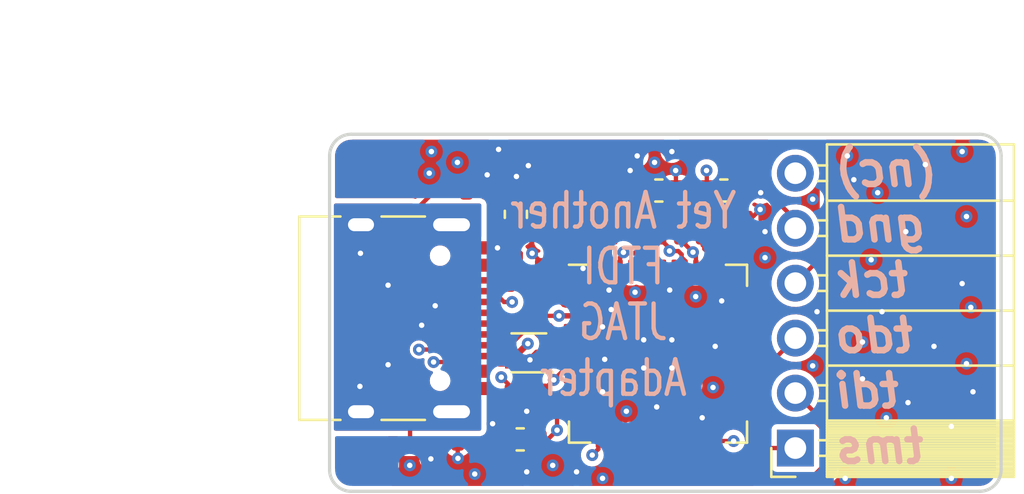
<source format=kicad_pcb>
(kicad_pcb (version 20201116) (generator pcbnew)
  (title_block (title "FT232H JTAG Programmer") (date "2020-12-26") (rev "v1.0") (company "GsD"))
  (layers (0 "F.Cu" signal) (1 "In1.Cu" signal) (2 "In2.Cu" signal) (31 "B.Cu" signal) (34 "B.Paste" user) (35 "F.Paste" user) (36 "B.SilkS" user "B.Silkscreen") (37 "F.SilkS" user "F.Silkscreen") (38 "B.Mask" user) (39 "F.Mask" user) (44 "Edge.Cuts" user))
  (net 0 "")
  (net 1 "Net-(C5-Pad1)")
  (net 2 "Net-(C7-Pad1)")
  (net 3 "+3V3")
  (net 4 "Net-(C8-Pad1)")
  (net 5 "Net-(C10-Pad1)")
  (net 6 "Net-(J1-Pad6)")
  (net 7 "no_connect_40")
  (net 8 "no_connect_39")
  (net 9 "no_connect_38")
  (net 10 "Net-(U1-Pad33)")
  (net 11 "Net-(U1-Pad32)")
  (net 12 "Net-(U1-Pad31)")
  (net 13 "Net-(U1-Pad30)")
  (net 14 "Net-(U1-Pad29)")
  (net 15 "Net-(U1-Pad28)")
  (net 16 "Net-(U1-Pad27)")
  (net 17 "Net-(U1-Pad26)")
  (net 18 "Net-(U1-Pad25)")
  (net 19 "Net-(U1-Pad21)")
  (net 20 "/JTAG_TCK")
  (net 21 "Net-(U1-Pad20)")
  (net 22 "Net-(U1-Pad19)")
  (net 23 "Net-(U1-Pad18)")
  (net 24 "Net-(U1-Pad17)")
  (net 25 "GND")
  (net 26 "+5V")
  (net 27 "/JTAG_TMS")
  (net 28 "Net-(C12-Pad1)")
  (net 29 "Net-(R8-Pad1)")
  (net 30 "Net-(C13-Pad1)")
  (net 31 "Net-(R9-Pad1)")
  (net 32 "/shield")
  (net 33 "/USB_DP")
  (net 34 "/USB_DM")
  (net 35 "/JTAG_TDO")
  (net 36 "/JTAG_TDI")
  (net 37 "Net-(J24-PadB8)")
  (net 38 "Net-(J24-PadA5)")
  (net 39 "Net-(J24-PadA8)")
  (net 40 "Net-(J24-PadB5)")
  (footprint "Capacitor_SMD:C_0402_1005Metric" (layer "F.Cu") (at 42.599999 50.95)
    (fp_text reference "C7" hide)
    (fp_text value "20pF" hide)
  )
  (footprint "Capacitor_SMD:C_0402_1005Metric" (layer "F.Cu") (at 44.225 53.815 90)
    (fp_text reference "C13" hide)
    (fp_text value "100n" hide)
  )
  (footprint "Capacitor_SMD:C_0603_1608Metric" (layer "F.Cu") (at 45.2 52.1 180)
    (fp_text reference "C3" hide)
    (fp_text value "4u7" hide)
  )
  (footprint "Resistor_SMD:R_0402_1005Metric" (layer "F.Cu") (at 49.225 53.815 90)
    (fp_text reference "R9" hide)
    (fp_text value "12k" hide)
  )
  (footprint "Capacitor_SMD:C_0402_1005Metric" (layer "F.Cu") (at 46.225 53.815 90)
    (fp_text reference "C4" hide)
    (fp_text value "100n" hide)
  )
  (footprint "Inductor_SMD:L_0402_1005Metric" (layer "F.Cu") (at 36.4 63.8)
    (fp_text reference "L1" hide)
    (fp_text value "600" hide)
  )
  (footprint "Inductor_SMD:L_0402_1005Metric" (layer "F.Cu") (at 39.8 56 -90)
    (fp_text reference "L2" hide)
    (fp_text value "600" hide)
  )
  (footprint "Resistor_SMD:R_0402_1005Metric" (layer "F.Cu") (at 38.25 56 90)
    (fp_text reference "R8" hide)
    (fp_text value "12k" hide)
  )
  (footprint "Connector_PinSocket_2.54mm:PinSocket_1x06_P2.54mm_Horizontal" (layer "F.Cu") (at 51.5 64 180)
    (fp_text reference "J1" hide)
    (fp_text value "Conn_01x06_Female" hide)
  )
  (footprint "Capacitor_SMD:C_0603_1608Metric" (layer "F.Cu") (at 48.2 52.1)
    (fp_text reference "C1" hide)
    (fp_text value "4u7" hide)
  )
  (footprint "Crystal:Crystal_SMD_3225-4Pin_3.2x2.5mm" (layer "F.Cu") (at 41.5 53.15 180)
    (fp_text reference "Y1" hide)
    (fp_text value "12MHz" hide)
  )
  (footprint "Package_TO_SOT_SMD:SOT-666" (layer "F.Cu") (at 39.2 59.6 180)
    (fp_text reference "U2" hide)
    (fp_text value "USBLC6-2P6" hide)
  )
  (footprint "Capacitor_SMD:C_0402_1005Metric" (layer "F.Cu") (at 40.400001 50.95 180)
    (fp_text reference "C8" hide)
    (fp_text value "20pF" hide)
  )
  (footprint "Resistor_SMD:R_0402_1005Metric" (layer "F.Cu") (at 38.4 61.8 90)
    (fp_text reference "R22" hide)
    (fp_text value "5.1k" hide)
  )
  (footprint "Connector_USB:USB_C_Receptacle_HRO_TYPE-C-31-M-12" (layer "F.Cu") (at 32.5 58 -90)
    (fp_text reference "J24" hide)
    (fp_text value "USB_C_Receptacle_USB2.0" hide)
  )
  (footprint "Capacitor_SMD:C_0402_1005Metric" (layer "F.Cu") (at 45.225 53.815 90)
    (fp_text reference "C2" hide)
    (fp_text value "100n" hide)
  )
  (footprint "Capacitor_SMD:C_0603_1608Metric" (layer "F.Cu") (at 38.6 53.2 90)
    (fp_text reference "C6" hide)
    (fp_text value "4u7" hide)
  )
  (footprint "Capacitor_SMD:C_0402_1005Metric" (layer "F.Cu") (at 39.8 61.8 -90)
    (fp_text reference "C12" hide)
    (fp_text value "100n" hide)
  )
  (footprint "gkl_logos:gsd_logo_small" (layer "F.Cu") (at 32.3 51.2)
    (fp_text reference "G***" hide)
    (fp_text value "LOGO" hide)
  )
  (footprint "Capacitor_SMD:C_0603_1608Metric" (layer "F.Cu") (at 38.8 63.6 180)
    (fp_text reference "C9" hide)
    (fp_text value "4u7" hide)
  )
  (footprint "Resistor_SMD:R_0402_1005Metric" (layer "F.Cu") (at 34.2 63.8 180)
    (fp_text reference "R1" hide)
    (fp_text value "1M" hide)
  )
  (footprint "Resistor_SMD:R_0402_1005Metric" (layer "F.Cu") (at 36.8 52.2 180)
    (fp_text reference "R21" hide)
    (fp_text value "5.1k" hide)
  )
  (footprint "Resistor_SMD:R_0402_1005Metric" (layer "F.Cu") (at 48.8 50.875 180)
    (fp_text reference "R20" hide)
    (fp_text value "12k" hide)
  )
  (footprint "Capacitor_SMD:C_0402_1005Metric" (layer "F.Cu") (at 48.225 53.815 90)
    (fp_text reference "C10" hide)
    (fp_text value "100n" hide)
  )
  (footprint "gkl_logos:oshw_small" (layer "F.Cu") (at 31.8 64.6)
    (fp_text reference "G***" hide)
    (fp_text value "LOGO" hide)
  )
  (footprint "Package_DFN_QFN:QFN-48-1EP_8x8mm_P0.5mm_EP6.2x6.2mm" (layer "F.Cu") (at 45.16 59.64)
    (fp_text reference "U1" hide)
    (fp_text value "FT232H" hide)
  )
  (footprint "Capacitor_SMD:C_0402_1005Metric" (layer "F.Cu") (at 47.225 53.815 90)
    (fp_text reference "C5" hide)
    (fp_text value "100n" hide)
  )
  (gr_line (start 30 65) (end 30 50.5) (layer "Edge.Cuts") (width 0.15))
  (gr_line (start 31 49.5) (end 60 49.5) (layer "Edge.Cuts") (width 0.15))
  (gr_arc (start 60 50.5) (end 61 50.5) (angle -90) (layer "Edge.Cuts") (width 0.15))
  (gr_arc (start 31 65) (end 30 65) (angle -90) (layer "Edge.Cuts") (width 0.15))
  (gr_arc (start 60 65) (end 60 66) (angle -90) (layer "Edge.Cuts") (width 0.15))
  (gr_line (start 60 66) (end 31 66) (layer "Edge.Cuts") (width 0.15))
  (gr_arc (start 31 50.5) (end 31 49.5) (angle -90) (layer "Edge.Cuts") (width 0.15))
  (gr_line (start 61 65) (end 61 50.5) (layer "Edge.Cuts") (width 0.15))
  (gr_text "tms" (at 57.7 63.92) (layer "B.SilkS") (effects (font (size 1.5 1.5) (thickness 0.3) italic) (justify left mirror)))
  (gr_text "tdo" (at 57.2 58.8) (layer "B.SilkS") (effects (font (size 1.5 1.5) (thickness 0.3) italic) (justify left mirror)))
  (gr_text "gnd" (at 57.7 53.68) (layer "B.SilkS") (effects (font (size 1.5 1.5) (thickness 0.3) italic) (justify left mirror)))
  (gr_text "(nc)" (at 58.271428 51.12) (layer "B.SilkS") (effects (font (size 1.5 1.5) (thickness 0.3) italic) (justify left mirror)))
  (gr_text "tck" (at 56.985714 56.24) (layer "B.SilkS") (effects (font (size 1.5 1.5) (thickness 0.3) italic) (justify left mirror)))
  (gr_text "Yet Another \nFTDI \nJTAG \nAdapter" (at 43.1 56.9) (layer "B.SilkS") (effects (font (size 1.6 1.2) (thickness 0.2)) (justify mirror)))
  (gr_text "tdi\n" (at 56.557142 61.36) (layer "B.SilkS") (effects (font (size 1.5 1.5) (thickness 0.3) italic) (justify left mirror)))
  (segment (start 47.41 54.91) (end 47.300001 54.800001) (width 0.2) (layer "F.Cu") (net 1))
  (segment (start 47.41 55.765) (end 47.41 55.135) (width 0.2) (layer "F.Cu") (net 1))
  (segment (start 47.300001 54.697999) (end 47.225 54.622998) (width 0.2) (layer "F.Cu") (net 1))
  (segment (start 47.41 55.135) (end 47.41 54.91) (width 0.2) (layer "F.Cu") (net 1))
  (segment (start 47.225 54.622998) (end 47.225 54.3) (width 0.2) (layer "F.Cu") (net 1))
  (segment (start 47.300001 54.800001) (end 47.300001 54.697999) (width 0.2) (layer "F.Cu") (net 1))
  (segment (start 41.5625 53.3375) (end 41.775 53.125) (width 0.2) (layer "F.Cu") (net 2))
  (segment (start 41.285 56.89) (end 40.95 56.555) (width 0.2) (layer "F.Cu") (net 2))
  (segment (start 41.775 53.125) (end 42.6 52.3) (width 0.2) (layer "F.Cu") (net 2))
  (segment (start 42.114999 51.814999) (end 42.6 52.3) (width 0.2) (layer "F.Cu") (net 2))
  (segment (start 40.95 55.375) (end 41.5625 54.7625) (width 0.2) (layer "F.Cu") (net 2))
  (segment (start 42.114999 50.95) (end 42.114999 51.814999) (width 0.2) (layer "F.Cu") (net 2))
  (segment (start 40.95 56.555) (end 40.95 55.375) (width 0.2) (layer "F.Cu") (net 2))
  (segment (start 41.5625 54.7625) (end 41.5625 53.3375) (width 0.2) (layer "F.Cu") (net 2))
  (segment (start 35.915 63.8) (end 35.915 64.465) (width 0.2) (layer "F.Cu") (net 3))
  (segment (start 46.91 55.085) (end 46.775 54.95) (width 0.2) (layer "F.Cu") (net 3))
  (segment (start 46.91 55.765) (end 46.91 55.085) (width 0.2) (layer "F.Cu") (net 3))
  (segment (start 46.225 54.4) (end 46.775 54.95) (width 0.2) (layer "F.Cu") (net 3))
  (segment (start 46.225 54.3) (end 46.225 54.4) (width 0.2) (layer "F.Cu") (net 3))
  (segment (start 39.8 55.45) (end 39.35 55) (width 0.2) (layer "F.Cu") (net 3))
  (segment (start 49.2 53.43) (end 49.42 53.43) (width 0.2) (layer "F.Cu") (net 3))
  (segment (start 39.8 55.515) (end 39.8 55.45) (width 0.2) (layer "F.Cu") (net 3))
  (segment (start 45.9875 51.1875) (end 45.975 51.175) (width 0.2) (layer "F.Cu") (net 3))
  (segment (start 49.42 53.43) (end 49.875 52.975) (width 0.2) (layer "F.Cu") (net 3))
  (segment (start 35.915 64.465) (end 35.925 64.475) (width 0.2) (layer "F.Cu") (net 3))
  (segment (start 45.9875 52.1) (end 45.9875 51.1875) (width 0.2) (layer "F.Cu") (net 3))
  (via (at 52.3 52.5) (size 0.55) (drill 0.25) (layers "F.Cu" "B.Cu") (net 3))
  (via (at 43.7 62.3) (size 0.55) (drill 0.25) (layers "F.Cu" "B.Cu") (net 3))
  (via (at 45.975 51.175) (size 0.55) (drill 0.25) (layers "F.Cu" "B.Cu") (net 3))
  (via (at 35.9 50.8) (size 0.55) (drill 0.25) (layers "F.Cu" "B.Cu") (net 3))
  (via (at 55 55.3) (size 0.55) (drill 0.25) (layers "F.Cu" "B.Cu") (net 3))
  (via (at 44.1 56.8) (size 0.55) (drill 0.25) (layers "F.Cu" "B.Cu") (net 3))
  (via (at 33.7 64.8) (size 0.55) (drill 0.25) (layers "F.Cu" "B.Cu") (net 3))
  (via (at 34.6 51.3) (size 0.55) (drill 0.25) (layers "F.Cu" "B.Cu") (net 3))
  (via (at 34.7 50.3) (size 0.55) (drill 0.25) (layers "F.Cu" "B.Cu") (net 3))
  (via (at 55.7 62.6) (size 0.55) (drill 0.25) (layers "F.Cu" "B.Cu") (net 3))
  (via (at 45 50.8) (size 0.55) (drill 0.25) (layers "F.Cu" "B.Cu") (net 3))
  (via (at 59.4 60.1) (size 0.55) (drill 0.25) (layers "F.Cu" "B.Cu") (net 3))
  (via (at 47.7 61.2) (size 0.55) (drill 0.25) (layers "F.Cu" "B.Cu") (net 3))
  (via (at 39.35 55) (size 0.55) (drill 0.25) (layers "F.Cu" "B.Cu") (net 3))
  (via (at 35.925 64.475) (size 0.55) (drill 0.25) (layers "F.Cu" "B.Cu") (net 3))
  (via (at 59.6 57.5) (size 0.55) (drill 0.25) (layers "F.Cu" "B.Cu") (net 3))
  (via (at 55.3 52.2) (size 0.55) (drill 0.25) (layers "F.Cu" "B.Cu") (net 3))
  (via (at 36.7 65.2) (size 0.55) (drill 0.25) (layers "F.Cu" "B.Cu") (net 3))
  (via (at 53.8 65.4) (size 0.55) (drill 0.25) (layers "F.Cu" "B.Cu") (net 3))
  (via (at 59.2 50.3) (size 0.55) (drill 0.25) (layers "F.Cu" "B.Cu") (net 3))
  (via (at 42.6 65.4) (size 0.55) (drill 0.25) (layers "F.Cu" "B.Cu") (net 3))
  (via (at 53.9 50.5) (size 0.55) (drill 0.25) (layers "F.Cu" "B.Cu") (net 3))
  (via (at 40.3 64.8) (size 0.55) (drill 0.25) (layers "F.Cu" "B.Cu") (net 3))
  (via (at 46.775 54.95) (size 0.55) (drill 0.25) (layers "F.Cu" "B.Cu") (net 3))
  (via (at 54.6 59.1) (size 0.55) (drill 0.25) (layers "F.Cu" "B.Cu") (net 3))
  (via (at 59.4 53.3) (size 0.55) (drill 0.25) (layers "F.Cu" "B.Cu") (net 3))
  (via (at 52.3 60.2) (size 0.55) (drill 0.25) (layers "F.Cu" "B.Cu") (net 3))
  (via (at 50.1 55.2) (size 0.55) (drill 0.25) (layers "F.Cu" "B.Cu") (net 3))
  (via (at 49.875 52.975) (size 0.55) (drill 0.25) (layers "F.Cu" "B.Cu") (net 3))
  (via (at 46.9 57) (size 0.55) (drill 0.25) (layers "F.Cu" "B.Cu") (net 3))
  (via (at 58.7 65.4) (size 0.55) (drill 0.25) (layers "F.Cu" "B.Cu") (net 3))
  (segment (start 40.4 54) (end 41.45 52.95) (width 0.2) (layer "F.Cu") (net 4))
  (segment (start 41.285 57.39) (end 40.81 57.39) (width 0.2) (layer "F.Cu") (net 4))
  (segment (start 41.45 52.95) (end 41.45 51.514999) (width 0.2) (layer "F.Cu") (net 4))
  (segment (start 40.4 56.98) (end 40.4 54) (width 0.2) (layer "F.Cu") (net 4))
  (segment (start 40.81 57.39) (end 40.4 56.98) (width 0.2) (layer "F.Cu") (net 4))
  (segment (start 41.45 51.514999) (end 40.885001 50.95) (width 0.2) (layer "F.Cu") (net 4))
  (segment (start 47.91 55.765) (end 47.91 55.065) (width 0.2) (layer "F.Cu") (net 5))
  (segment (start 47.91 55.065) (end 48.225 54.75) (width 0.2) (layer "F.Cu") (net 5))
  (segment (start 48.225 54.75) (end 48.225 54.3) (width 0.2) (layer "F.Cu") (net 5))
  (segment (start 42.41 64.04) (end 42.125 64.325) (width 0.2) (layer "F.Cu") (net 20))
  (segment (start 52.975 54.905) (end 51.5 56.38) (width 0.2) (layer "F.Cu") (net 20))
  (segment (start 49.285 51) (end 49.65 51) (width 0.2) (layer "F.Cu") (net 20))
  (segment (start 52.975 50.45) (end 52.975 54.905) (width 0.2) (layer "F.Cu") (net 20))
  (segment (start 52.575 50.05) (end 52.975 50.45) (width 0.2) (layer "F.Cu") (net 20))
  (segment (start 50.6 50.05) (end 52.575 50.05) (width 0.2) (layer "F.Cu") (net 20))
  (segment (start 42.41 63.515) (end 42.41 64.04) (width 0.2) (layer "F.Cu") (net 20))
  (segment (start 49.65 51) (end 50.6 50.05) (width 0.2) (layer "F.Cu") (net 20))
  (via (at 42.125 64.325) (size 0.55) (drill 0.25) (layers "F.Cu" "B.Cu") (net 20))
  (segment (start 36.545 61.25) (end 37.15 61.25) (width 0.2) (layer "F.Cu") (net 25))
  (segment (start 42.41 55.765) (end 41.765 55.765) (width 0.2) (layer "F.Cu") (net 25))
  (segment (start 34.685 63.8) (end 34.685 64.49) (width 0.2) (layer "F.Cu") (net 25))
  (segment (start 37.5 62.85) (end 37.525 62.875) (width 0.2) (layer "F.Cu") (net 25))
  (segment (start 42.6 54.925) (end 42.6 54) (width 0.2) (layer "F.Cu") (net 25))
  (segment (start 34.685 64.49) (end 34.675 64.5) (width 0.2) (layer "F.Cu") (net 25))
  (segment (start 37.975 54.75) (end 37.75 54.75) (width 0.2) (layer "F.Cu") (net 25))
  (segment (start 38.4 62.285) (end 39.085 62.285) (width 0.2) (layer "F.Cu") (net 25))
  (segment (start 41.285 60.89) (end 42.09 60.89) (width 0.2) (layer "F.Cu") (net 25))
  (segment (start 44.4125 51.7125) (end 43.875 51.175) (width 0.2) (layer "F.Cu") (net 25))
  (segment (start 38.6 52.4125) (end 38.6 51.475) (width 0.2) (layer "F.Cu") (net 25))
  (segment (start 49.035 56.89) (end 48.31 56.89) (width 0.2) (layer "F.Cu") (net 25))
  (segment (start 38.25 55.515) (end 38.25 55.025) (width 0.2) (layer "F.Cu") (net 25))
  (segment (start 47.225 53.33) (end 46.225 53.33) (width 0.2) (layer "F.Cu") (net 25))
  (segment (start 43.175 54) (end 43.745 53.43) (width 0.2) (layer "F.Cu") (net 25))
  (segment (start 42.91 55.765) (end 42.91 56.69) (width 0.2) (layer "F.Cu") (net 25))
  (segment (start 51.5 53.84) (end 51.5 53.45) (width 0.2) (layer "F.Cu") (net 25))
  (segment (start 40.61 61.89) (end 40.215 62.285) (width 0.2) (layer "F.Cu") (net 25))
  (segment (start 37.285 52.2) (end 37.285 51.385) (width 0.2) (layer "F.Cu") (net 25))
  (segment (start 37.285 51.385) (end 37.275 51.375) (width 0.2) (layer "F.Cu") (net 25))
  (segment (start 39.8 62.285) (end 39.115 62.285) (width 0.2) (layer "F.Cu") (net 25))
  (segment (start 45.41 56.41) (end 45.7 56.7) (width 0.2) (layer "F.Cu") (net 25))
  (segment (start 43.084999 50.95) (end 43.65 50.95) (width 0.2) (layer "F.Cu") (net 25))
  (segment (start 40.215 62.285) (end 39.8 62.285) (width 0.2) (layer "F.Cu") (net 25))
  (segment (start 39.085 62.285) (end 39.1 62.3) (width 0.2) (layer "F.Cu") (net 25))
  (segment (start 40.4 52.3) (end 39.95 51.85) (width 0.2) (layer "F.Cu") (net 25))
  (segment (start 51.5 53.45) (end 50.25 52.2) (width 0.2) (layer "F.Cu") (net 25))
  (segment (start 45.41 55.765) (end 45.41 56.41) (width 0.2) (layer "F.Cu") (net 25))
  (segment (start 41.765 55.765) (end 41.7 55.7) (width 0.2) (layer "F.Cu") (net 25))
  (segment (start 38.0125 63.6) (end 38.0125 63.3625) (width 0.2) (layer "F.Cu") (net 25))
  (segment (start 39.575 59.6) (end 39.25 59.925) (width 0.3) (layer "F.Cu") (net 25))
  (segment (start 49.035 57.39) (end 48.29 57.39) (width 0.2) (layer "F.Cu") (net 25))
  (segment (start 39.95 50.984999) (end 39.915001 50.95) (width 0.2) (layer "F.Cu") (net 25))
  (segment (start 48.1 57.2) (end 48.31 56.99) (width 0.2) (layer "F.Cu") (net 25))
  (segment (start 45.91 56.49) (end 45.7 56.7) (width 0.2) (layer "F.Cu") (net 25))
  (segment (start 48.315 51) (end 48.315 51.5275) (width 0.2) (layer "F.Cu") (net 25))
  (segment (start 45.225 53.33) (end 44.225 53.33) (width 0.2) (layer "F.Cu") (net 25))
  (segment (start 42.91 56.69) (end 42.9 56.7) (width 0.2) (layer "F.Cu") (net 25))
  (segment (start 38.6 51.475) (end 38.625 51.45) (width 0.2) (layer "F.Cu") (net 25))
  (segment (start 39.95 51.85) (end 39.95 50.984999) (width 0.2) (layer "F.Cu") (net 25))
  (segment (start 42.59 61.39) (end 42.6 61.4) (width 0.2) (layer "F.Cu") (net 25))
  (segment (start 42.6 54) (end 43.175 54) (width 0.2) (layer "F.Cu") (net 25))
  (segment (start 42.09 60.89) (end 42.6 61.4) (width 0.2) (layer "F.Cu") (net 25))
  (segment (start 43.745 53.43) (end 44.2 53.43) (width 0.2) (layer "F.Cu") (net 25))
  (segment (start 46.91 62.89) (end 47.2 62.6) (width 0.2) (layer "F.Cu") (net 25))
  (segment (start 39.915001 50.95) (end 39.175 50.95) (width 0.2) (layer "F.Cu") (net 25))
  (segment (start 37.75 54.75) (end 36.545 54.75) (width 0.2) (layer "F.Cu") (net 25))
  (segment (start 45.41 59.39) (end 45.16 59.64) (width 0.2) (layer "F.Cu") (net 25))
  (segment (start 48.9875 52.2) (end 49.9 52.2) (width 0.2) (layer "F.Cu") (net 25))
  (segment (start 38.0125 63.3625) (end 37.525 62.875) (width 0.2) (layer "F.Cu") (net 25))
  (segment (start 43.91 60.89) (end 45.16 59.64) (width 0.2) (layer "F.Cu") (net 25))
  (segment (start 46.91 63.515) (end 46.91 62.89) (width 0.2) (layer "F.Cu") (net 25))
  (segment (start 50.25 52.2) (end 49.9 52.2) (width 0.2) (layer "F.Cu") (net 25))
  (segment (start 38.25 55.025) (end 37.975 54.75) (width 0.2) (layer "F.Cu") (net 25))
  (segment (start 41.285 61.89) (end 40.61 61.89) (width 0.2) (layer "F.Cu") (net 25))
  (segment (start 48.225 53.33) (end 47.225 53.33) (width 0.2) (layer "F.Cu") (net 25))
  (segment (start 44.4125 52.2) (end 44.4125 51.7125) (width 0.2) (layer "F.Cu") (net 25))
  (segment (start 48.31 56.99) (end 48.31 56.89) (width 0.2) (layer "F.Cu") (net 25))
  (segment (start 44.2 53) (end 44.4125 52.7875) (width 0.2) (layer "F.Cu") (net 25))
  (segment (start 41.285 61.39) (end 42.59 61.39) (width 0.2) (layer "F.Cu") (net 25))
  (segment (start 41.285 58.39) (end 42.59 58.39) (width 0.2) (layer "F.Cu") (net 25))
  (segment (start 40.125 59.6) (end 39.575 59.6) (width 0.3) (layer "F.Cu") (net 25))
  (segment (start 39.115 62.285) (end 39.1 62.3) (width 0.2) (layer "F.Cu") (net 25))
  (segment (start 42.41 55.115) (end 42.6 54.925) (width 0.2) (layer "F.Cu") (net 25))
  (segment (start 37.15 61.25) (end 37.5 61.6) (width 0.2) (layer "F.Cu") (net 25))
  (segment (start 46.225 53.33) (end 45.225 53.33) (width 0.2) (layer "F.Cu") (net 25))
  (segment (start 44.4125 52.7875) (end 44.4125 52.2) (width 0.2) (layer "F.Cu") (net 25))
  (segment (start 48.29 57.39) (end 48.1 57.2) (width 0.2) (layer "F.Cu") (net 25))
  (segment (start 45.91 58.89) (end 45.16 59.64) (width 0.2) (layer "F.Cu") (net 25))
  (segment (start 47.41 62.81) (end 47.2 62.6) (width 0.2) (layer "F.Cu") (net 25))
  (segment (start 44.2 53.43) (end 44.2 53) (width 0.2) (layer "F.Cu") (net 25))
  (segment (start 43.65 50.95) (end 43.875 51.175) (width 0.2) (layer "F.Cu") (net 25))
  (segment (start 45.91 55.765) (end 45.91 56.49) (width 0.2) (layer "F.Cu") (net 25))
  (segment (start 37.5 61.6) (end 37.5 62.85) (width 0.2) (layer "F.Cu") (net 25))
  (segment (start 48.315 51.5275) (end 48.9875 52.2) (width 0.2) (layer "F.Cu") (net 25))
  (segment (start 47.41 63.515) (end 47.41 62.81) (width 0.2) (layer "F.Cu") (net 25))
  (segment (start 42.59 58.39) (end 42.6 58.4) (width 0.2) (layer "F.Cu") (net 25))
  (segment (start 42.41 55.765) (end 42.41 55.115) (width 0.2) (layer "F.Cu") (net 25))
  (via (at 45.8 60.3) (size 0.55) (drill 0.25) (layers "F.Cu" "B.Cu") (net 25))
  (via (at 44.5 59) (size 0.55) (drill 0.25) (layers "F.Cu" "B.Cu") (net 25))
  (via (at 39.175 50.95) (size 0.55) (drill 0.25) (layers "F.Cu" "B.Cu") (net 25))
  (via (at 37.75 54.75) (size 0.55) (drill 0.25) (layers "F.Cu" "B.Cu") (net 25))
  (via (at 58.7 63) (size 0.55) (drill 0.25) (layers "F.Cu" "B.Cu") (net 25))
  (via (at 48.1 57.2) (size 0.55) (drill 0.25) (layers "F.Cu" "B.Cu") (net 25))
  (via (at 44.2 50.5) (size 0.55) (drill 0.25) (layers "F.Cu" "B.Cu") (net 25))
  (via (at 42.6 58.4) (size 0.55) (drill 0.25) (layers "F.Cu" "B.Cu") (net 25))
  (via (at 56.6 54) (size 0.55) (drill 0.25) (layers "F.Cu" "B.Cu") (net 25))
  (via (at 44.5 60.3) (size 0.55) (drill 0.25) (layers "F.Cu" "B.Cu") (net 25))
  (via (at 41.4 65.1) (size 0.55) (drill 0.25) (layers "F.Cu" "B.Cu") (net 25))
  (via (at 45.1 62.1) (size 0.55) (drill 0.25) (layers "F.Cu" "B.Cu") (net 25))
  (via (at 39.25 59.925) (size 0.55) (drill 0.25) (layers "F.Cu" "B.Cu") (net 25))
  (via (at 47.8 59.3) (size 0.55) (drill 0.25) (layers "F.Cu" "B.Cu") (net 25))
  (via (at 45.7 56.7) (size 0.55) (drill 0.25) (layers "F.Cu" "B.Cu") (net 25))
  (via (at 55.5 57.7) (size 0.55) (drill 0.25) (layers "F.Cu" "B.Cu") (net 25))
  (via (at 56.7 61.9) (size 0.55) (drill 0.25) (layers "F.Cu" "B.Cu") (net 25))
  (via (at 42.7 59.9) (size 0.55) (drill 0.25) (layers "F.Cu" "B.Cu") (net 25))
  (via (at 54.6 60.8) (size 0.55) (drill 0.25) (layers "F.Cu" "B.Cu") (net 25))
  (via (at 43 57.6) (size 0.55) (drill 0.25) (layers "F.Cu" "B.Cu") (net 25))
  (via (at 42.9 56.7) (size 0.55) (drill 0.25) (layers "F.Cu" "B.Cu") (net 25))
  (via (at 37.525 62.875) (size 0.55) (drill 0.25) (layers "F.Cu" "B.Cu") (net 25))
  (via (at 42.6 61.4) (size 0.55) (drill 0.25) (layers "F.Cu" "B.Cu") (net 25))
  (via (at 47.2 62.6) (size 0.55) (drill 0.25) (layers "F.Cu" "B.Cu") (net 25))
  (via (at 43.875 51.175) (size 0.55) (drill 0.25) (layers "F.Cu" "B.Cu") (net 25))
  (via (at 38.625 51.45) (size 0.55) (drill 0.25) (layers "F.Cu" "B.Cu") (net 25))
  (via (at 45.8 50.3) (size 0.55) (drill 0.25) (layers "F.Cu" "B.Cu") (net 25))
  (via (at 41.7 55.7) (size 0.55) (drill 0.25) (layers "F.Cu" "B.Cu") (net 25))
  (via (at 49.9 52.2) (size 0.55) (drill 0.25) (layers "F.Cu" "B.Cu") (net 25))
  (via (at 57.5 50.9) (size 0.55) (drill 0.25) (layers "F.Cu" "B.Cu") (net 25))
  (via (at 54.2 51.6) (size 0.55) (drill 0.25) (layers "F.Cu" "B.Cu") (net 25))
  (via (at 50.1 54) (size 0.55) (drill 0.25) (layers "F.Cu" "B.Cu") (net 25))
  (via (at 37.275 51.375) (size 0.55) (drill 0.25) (layers "F.Cu" "B.Cu") (net 25))
  (via (at 59.7 61.4) (size 0.55) (drill 0.25) (layers "F.Cu" "B.Cu") (net 25))
  (via (at 52.5 57.7) (size 0.55) (drill 0.25) (layers "F.Cu" "B.Cu") (net 25))
  (via (at 59.2 56.4) (size 0.55) (drill 0.25) (layers "F.Cu" "B.Cu") (net 25))
  (via (at 57.9 59.3) (size 0.55) (drill 0.25) (layers "F.Cu" "B.Cu") (net 25))
  (via (at 34.675 64.5) (size 0.55) (drill 0.25) (layers "F.Cu" "B.Cu") (net 25))
  (via (at 37.8 50.2) (size 0.55) (drill 0.25) (layers "F.Cu" "B.Cu") (net 25))
  (via (at 45.8 59) (size 0.55) (drill 0.25) (layers "F.Cu" "B.Cu") (net 25))
  (via (at 39.1 65.1) (size 0.55) (drill 0.25) (layers "F.Cu" "B.Cu") (net 25))
  (via (at 39.1 62.3) (size 0.55) (drill 0.25) (layers "F.Cu" "B.Cu") (net 25))
  (segment (start 45.70105 54.9) (end 45.691766 54.890716) (width 0.2) (layer "F.Cu") (net 26))
  (segment (start 38.725 59.6) (end 39.15 59.175) (width 0.3) (layer "F.Cu") (net 26))
  (segment (start 45.825 54.9) (end 45.70105 54.9) (width 0.2) (layer "F.Cu") (net 26))
  (segment (start 35.275 60.025) (end 34.8 60.025) (width 0.2) (layer "F.Cu") (net 26))
  (segment (start 38.05 57.25) (end 38.425 57.25) (width 0.2) (layer "F.Cu") (net 26))
  (segment (start 38.275 59.6) (end 38.725 59.6) (width 0.3) (layer "F.Cu") (net 26))
  (segment (start 46.25 55.05) (end 46.1 54.9) (width 0.2) (layer "F.Cu") (net 26))
  (segment (start 46.25 55.188044) (end 46.25 55.05) (width 0.2) (layer "F.Cu") (net 26))
  (segment (start 45.825 54.9) (end 45.225 54.3) (width 0.2) (layer "F.Cu") (net 26))
  (segment (start 47.4125 52.1) (end 47.4125 51.1875) (width 0.2) (layer "F.Cu") (net 26))
  (segment (start 37.35 55.55) (end 37.625 55.825) (width 0.2) (layer "F.Cu") (net 26))
  (segment (start 46.1 54.9) (end 45.825 54.9) (width 0.2) (layer "F.Cu") (net 26))
  (segment (start 47.4125 51.1875) (end 47.4 51.175) (width 0.2) (layer "F.Cu") (net 26))
  (segment (start 36.545 55.55) (end 37.35 55.55) (width 0.2) (layer "F.Cu") (net 26))
  (segment (start 37.625 55.825) (end 37.625 56.825) (width 0.2) (layer "F.Cu") (net 26))
  (segment (start 46.41 55.348044) (end 46.25 55.188044) (width 0.2) (layer "F.Cu") (net 26))
  (segment (start 46.41 55.765) (end 46.41 55.348044) (width 0.2) (layer "F.Cu") (net 26))
  (segment (start 36.545 60.45) (end 35.7 60.45) (width 0.2) (layer "F.Cu") (net 26))
  (segment (start 37.625 56.825) (end 38.05 57.25) (width 0.2) (layer "F.Cu") (net 26))
  (segment (start 35.7 60.45) (end 35.275 60.025) (width 0.2) (layer "F.Cu") (net 26))
  (via (at 34.8 60.025) (size 0.55) (drill 0.25) (layers "F.Cu" "B.Cu") (net 26))
  (via (at 45.691766 54.890716) (size 0.55) (drill 0.25) (layers "F.Cu" "B.Cu") (net 26))
  (via (at 38.425 57.25) (size 0.55) (drill 0.25) (layers "F.Cu" "B.Cu") (net 26))
  (via (at 47.4 51.175) (size 0.55) (drill 0.25) (layers "F.Cu" "B.Cu") (net 26))
  (via (at 39.15 59.175) (size 0.55) (drill 0.25) (layers "F.Cu" "B.Cu") (net 26))
  (segment (start 43.91 63.515) (end 43.91 63.935) (width 0.2) (layer "F.Cu") (net 27))
  (segment (start 43.91 63.935) (end 44.4 64.425) (width 0.2) (layer "F.Cu") (net 27))
  (segment (start 49.625 64.425) (end 50.05 64) (width 0.2) (layer "F.Cu") (net 27))
  (segment (start 44.725 64.425) (end 49.625 64.425) (width 0.2) (layer "F.Cu") (net 27))
  (segment (start 44.4 64.425) (end 44.725 64.425) (width 0.2) (layer "F.Cu") (net 27))
  (segment (start 50.05 64) (end 51.5 64) (width 0.2) (layer "F.Cu") (net 27))
  (segment (start 40.59 57.89) (end 41.285 57.89) (width 0.2) (layer "F.Cu") (net 28))
  (segment (start 40.81 60.39) (end 40.35 60.85) (width 0.2) (layer "F.Cu") (net 28))
  (segment (start 40.04 57.89) (end 40.39 57.89) (width 0.2) (layer "F.Cu") (net 28))
  (segment (start 39.8 56.485) (end 39.8 57.65) (width 0.2) (layer "F.Cu") (net 28))
  (segment (start 38.824998 55.509998) (end 38.824998 54.999998) (width 0.2) (layer "F.Cu") (net 28))
  (segment (start 38.6 53.9875) (end 38.6 54.775) (width 0.2) (layer "F.Cu") (net 28))
  (segment (start 39.8 56.485) (end 38.824998 55.509998) (width 0.2) (layer "F.Cu") (net 28))
  (segment (start 39.8 57.65) (end 40.04 57.89) (width 0.2) (layer "F.Cu") (net 28))
  (segment (start 38.6 54.775) (end 38.824998 54.999998) (width 0.2) (layer "F.Cu") (net 28))
  (segment (start 40.39 57.89) (end 40.59 57.89) (width 0.2) (layer "F.Cu") (net 28))
  (segment (start 41.285 60.39) (end 40.81 60.39) (width 0.2) (layer "F.Cu") (net 28))
  (segment (start 39.885 61.315) (end 39.8 61.315) (width 0.2) (layer "F.Cu") (net 28))
  (segment (start 40.35 60.85) (end 39.885 61.315) (width 0.2) (layer "F.Cu") (net 28))
  (via (at 40.35 60.85) (size 0.55) (drill 0.25) (layers "F.Cu" "B.Cu") (net 28))
  (via (at 40.59 57.89) (size 0.55) (drill 0.25) (layers "F.Cu" "B.Cu") (net 28))
  (segment (start 40.74 58.89) (end 40.475 58.625) (width 0.2) (layer "F.Cu") (net 29))
  (segment (start 41.285 58.89) (end 40.74 58.89) (width 0.2) (layer "F.Cu") (net 29))
  (segment (start 38.885 56.485) (end 38.25 56.485) (width 0.2) (layer "F.Cu") (net 29))
  (segment (start 39.45 57.825) (end 39.45 57.25) (width 0.2) (layer "F.Cu") (net 29))
  (segment (start 39.45 57.25) (end 39.1 56.9) (width 0.2) (layer "F.Cu") (net 29))
  (segment (start 40.175 58.325) (end 39.95 58.325) (width 0.2) (layer "F.Cu") (net 29))
  (segment (start 39.1 56.7) (end 38.885 56.485) (width 0.2) (layer "F.Cu") (net 29))
  (segment (start 40.475 58.625) (end 40.175 58.325) (width 0.2) (layer "F.Cu") (net 29))
  (segment (start 39.1 56.9) (end 39.1 56.7) (width 0.2) (layer "F.Cu") (net 29))
  (segment (start 39.95 58.325) (end 39.45 57.825) (width 0.2) (layer "F.Cu") (net 29))
  (segment (start 36.885 63.8) (end 37.485 64.4) (width 0.2) (layer "F.Cu") (net 30))
  (segment (start 40.075 63.6) (end 40.375 63.3) (width 0.2) (layer "F.Cu") (net 30))
  (segment (start 40.685 62.39) (end 40.5 62.575) (width 0.2) (layer "F.Cu") (net 30))
  (segment (start 47.91 63.515) (end 48.07 63.675) (width 0.2) (layer "F.Cu") (net 30))
  (segment (start 43.41 55.19) (end 43.6 55) (width 0.2) (layer "F.Cu") (net 30))
  (segment (start 38.7875 64.4) (end 39.5875 63.6) (width 0.2) (layer "F.Cu") (net 30))
  (segment (start 43.6 55) (end 44.075 55) (width 0.2) (layer "F.Cu") (net 30))
  (segment (start 44.075 55) (end 44.2 54.875) (width 0.2) (layer "F.Cu") (net 30))
  (segment (start 48.07 63.675) (end 48.65 63.675) (width 0.2) (layer "F.Cu") (net 30))
  (segment (start 39.5875 63.6) (end 40.075 63.6) (width 0.2) (layer "F.Cu") (net 30))
  (segment (start 37.485 64.4) (end 38.7875 64.4) (width 0.2) (layer "F.Cu") (net 30))
  (segment (start 44.2 54.875) (end 44.2 54.4) (width 0.2) (layer "F.Cu") (net 30))
  (segment (start 43.41 55.765) (end 43.41 55.19) (width 0.2) (layer "F.Cu") (net 30))
  (segment (start 41.285 62.39) (end 40.685 62.39) (width 0.2) (layer "F.Cu") (net 30))
  (segment (start 40.5 62.575) (end 40.5 63.175) (width 0.2) (layer "F.Cu") (net 30))
  (segment (start 40.5 63.175) (end 40.375 63.3) (width 0.2) (layer "F.Cu") (net 30))
  (via (at 48.65 63.675) (size 0.55) (drill 0.25) (layers "F.Cu" "B.Cu") (net 30))
  (via (at 40.5 63.175) (size 0.55) (drill 0.25) (layers "F.Cu" "B.Cu") (net 30))
  (via (at 43.564171 54.956965) (size 0.55) (drill 0.25) (layers "F.Cu" "B.Cu") (net 30))
  (segment (start 49.2 55.875) (end 49.95 56.625) (width 0.2) (layer "F.Cu") (net 31))
  (segment (start 49.95 57.625) (end 49.95 56.625) (width 0.2) (layer "F.Cu") (net 31))
  (segment (start 49.685 57.89) (end 49.95 57.625) (width 0.2) (layer "F.Cu") (net 31))
  (segment (start 49.2 54.4) (end 49.2 55.875) (width 0.2) (layer "F.Cu") (net 31))
  (segment (start 49.035 57.89) (end 49.685 57.89) (width 0.2) (layer "F.Cu") (net 31))
  (segment (start 34.03 62.32) (end 35.63 62.32) (width 0.2) (layer "F.Cu") (net 32))
  (segment (start 33.715 62.635) (end 34.03 62.32) (width 0.2) (layer "F.Cu") (net 32))
  (segment (start 33.715 63.8) (end 33.715 62.635) (width 0.2) (layer "F.Cu") (net 32))
  (via (at 31.4 61.15) (size 0.55) (drill 0.25) (layers "F.Cu" "B.Cu") (net 32))
  (via (at 32.7 56.475) (size 0.55) (drill 0.25) (layers "F.Cu" "B.Cu") (net 32))
  (via (at 31.425 55) (size 0.55) (drill 0.25) (layers "F.Cu" "B.Cu") (net 32))
  (via (at 34.25 58.325) (size 0.55) (drill 0.25) (layers "F.Cu" "B.Cu") (net 32))
  (via (at 34.875 57.425) (size 0.55) (drill 0.25) (layers "F.Cu" "B.Cu") (net 32))
  (via (at 32.7 60.15) (size 0.55) (drill 0.25) (layers "F.Cu" "B.Cu") (net 32))
  (segment (start 38.925 60.475) (end 39.525 60.475) (width 0.2) (layer "F.Cu") (net 33))
  (segment (start 39.8625 60.1375) (end 40.05 60.1375) (width 0.2) (layer "F.Cu") (net 33))
  (segment (start 40.81 59.89) (end 41.285 59.89) (width 0.2) (layer "F.Cu") (net 33))
  (segment (start 35.475 58.5) (end 35.475 57.975) (width 0.2) (layer "F.Cu") (net 33))
  (segment (start 38.5875 60.1375) (end 38.925 60.475) (width 0.2) (layer "F.Cu") (net 33))
  (segment (start 37.675 59.975) (end 37.8375 60.1375) (width 0.2) (layer "F.Cu") (net 33))
  (segment (start 37.8375 60.1375) (end 38.35 60.1375) (width 0.2) (layer "F.Cu") (net 33))
  (segment (start 37.675 59.025) (end 37.675 59.975) (width 0.2) (layer "F.Cu") (net 33))
  (segment (start 35.7 57.75) (end 36.545 57.75) (width 0.2) (layer "F.Cu") (net 33))
  (segment (start 40.05 60.1375) (end 40.5625 60.1375) (width 0.2) (layer "F.Cu") (net 33))
  (segment (start 36.545 58.75) (end 35.725 58.75) (width 0.2) (layer "F.Cu") (net 33))
  (segment (start 40.5625 60.1375) (end 40.81 59.89) (width 0.2) (layer "F.Cu") (net 33))
  (segment (start 36.545 58.75) (end 37.4 58.75) (width 0.2) (layer "F.Cu") (net 33))
  (segment (start 38.35 60.1375) (end 38.5875 60.1375) (width 0.2) (layer "F.Cu") (net 33))
  (segment (start 35.725 58.75) (end 35.475 58.5) (width 0.2) (layer "F.Cu") (net 33))
  (segment (start 35.475 57.975) (end 35.7 57.75) (width 0.2) (layer "F.Cu") (net 33))
  (segment (start 39.525 60.475) (end 39.8625 60.1375) (width 0.2) (layer "F.Cu") (net 33))
  (segment (start 37.4 58.75) (end 37.675 59.025) (width 0.2) (layer "F.Cu") (net 33))
  (segment (start 39.45 58.625) (end 38.95 58.625) (width 0.2) (layer "F.Cu") (net 34))
  (segment (start 40.743568 59.39) (end 41.285 59.39) (width 0.2) (layer "F.Cu") (net 34))
  (segment (start 40.05 59.0625) (end 40.416068 59.0625) (width 0.2) (layer "F.Cu") (net 34))
  (segment (start 39.8875 59.0625) (end 39.45 58.625) (width 0.2) (layer "F.Cu") (net 34))
  (segment (start 40.416068 59.0625) (end 40.743568 59.39) (width 0.2) (layer "F.Cu") (net 34))
  (segment (start 37.6 58.175) (end 37.525 58.25) (width 0.2) (layer "F.Cu") (net 34))
  (segment (start 38.35 59.0625) (end 38.3375 59.0625) (width 0.2) (layer "F.Cu") (net 34))
  (segment (start 37.525 58.25) (end 36.545 58.25) (width 0.2) (layer "F.Cu") (net 34))
  (segment (start 38.5125 59.0625) (end 38.35 59.0625) (width 0.2) (layer "F.Cu") (net 34))
  (segment (start 36.545 57.25) (end 37.4 57.25) (width 0.2) (layer "F.Cu") (net 34))
  (segment (start 37.4 57.25) (end 37.6 57.45) (width 0.2) (layer "F.Cu") (net 34))
  (segment (start 37.6 57.45) (end 37.6 58.175) (width 0.2) (layer "F.Cu") (net 34))
  (segment (start 38.3375 59.0625) (end 37.525 58.25) (width 0.2) (layer "F.Cu") (net 34))
  (segment (start 40.05 59.0625) (end 39.8875 59.0625) (width 0.2) (layer "F.Cu") (net 34))
  (segment (start 38.95 58.625) (end 38.5125 59.0625) (width 0.2) (layer "F.Cu") (net 34))
  (segment (start 52.799989 63.149989) (end 52.799989 63.200011) (width 0.2) (layer "F.Cu") (net 35))
  (segment (start 52.369979 62.719979) (end 51.131977 62.719979) (width 0.2) (layer "F.Cu") (net 35))
  (segment (start 43.41 63.515) (end 43.41 64.01) (width 0.2) (layer "F.Cu") (net 35))
  (segment (start 49.825 64.775) (end 50.275 65.225) (width 0.2) (layer "F.Cu") (net 35))
  (segment (start 50.894979 62.719979) (end 50.6625 62.4875) (width 0.2) (layer "F.Cu") (net 35))
  (segment (start 50.3 60.12) (end 50.3 62.125) (width 0.2) (layer "F.Cu") (net 35))
  (segment (start 52.369979 62.719979) (end 52.799989 63.149989) (width 0.2) (layer "F.Cu") (net 35))
  (segment (start 52.799989 64.825011) (end 52.799989 63.200011) (width 0.2) (layer "F.Cu") (net 35))
  (segment (start 43.41 64.01) (end 44.175 64.775) (width 0.2) (layer "F.Cu") (net 35))
  (segment (start 50.275 65.225) (end 52.4 65.225) (width 0.2) (layer "F.Cu") (net 35))
  (segment (start 52.4 65.225) (end 52.799989 64.825011) (width 0.2) (layer "F.Cu") (net 35))
  (segment (start 50.7225 59.6975) (end 50.3 60.12) (width 0.2) (layer "F.Cu") (net 35))
  (segment (start 51.131977 62.719979) (end 50.894979 62.719979) (width 0.2) (layer "F.Cu") (net 35))
  (segment (start 50.3 62.125) (end 50.6625 62.4875) (width 0.2) (layer "F.Cu") (net 35))
  (segment (start 44.175 64.775) (end 49.825 64.775) (width 0.2) (layer "F.Cu") (net 35))
  (segment (start 50.7225 59.6975) (end 51.5 58.92) (width 0.2) (layer "F.Cu") (net 35))
  (segment (start 42.91 64.135) (end 43.95 65.175) (width 0.2) (layer "F.Cu") (net 36))
  (segment (start 42.91 63.515) (end 42.91 64.135) (width 0.2) (layer "F.Cu") (net 36))
  (segment (start 49.625 65.175) (end 50.05 65.6) (width 0.2) (layer "F.Cu") (net 36))
  (segment (start 43.95 65.175) (end 49.625 65.175) (width 0.2) (layer "F.Cu") (net 36))
  (segment (start 50.05 65.6) (end 52.7 65.6) (width 0.2) (layer "F.Cu") (net 36))
  (segment (start 52.7 65.6) (end 53.15 65.15) (width 0.2) (layer "F.Cu") (net 36))
  (segment (start 53.149999 62.575001) (end 52.944967 62.369969) (width 0.2) (layer "F.Cu") (net 36))
  (segment (start 53.15 65.15) (end 53.149999 62.575001) (width 0.2) (layer "F.Cu") (net 36))
  (segment (start 52.409969 62.369969) (end 51.5 61.46) (width 0.2) (layer "F.Cu") (net 36))
  (segment (start 52.944967 62.369969) (end 52.409969 62.369969) (width 0.2) (layer "F.Cu") (net 36))
  (segment (start 36.545 56.75) (end 34.9 56.75) (width 0.2) (layer "F.Cu") (net 38))
  (segment (start 34.125 55.975) (end 34.125 52.85) (width 0.2) (layer "F.Cu") (net 38))
  (segment (start 34.9 56.75) (end 34.125 55.975) (width 0.2) (layer "F.Cu") (net 38))
  (segment (start 34.775 52.2) (end 36.315 52.2) (width 0.2) (layer "F.Cu") (net 38))
  (segment (start 34.125 52.85) (end 34.775 52.2) (width 0.2) (layer "F.Cu") (net 38))
  (segment (start 36.545 59.75) (end 35.625 59.75) (width 0.2) (layer "F.Cu") (net 40))
  (segment (start 35.625 59.75) (end 35.325 59.45) (width 0.2) (layer "F.Cu") (net 40))
  (segment (start 38.4 61.2) (end 37.925 60.725) (width 0.2) (layer "F.Cu") (net 40))
  (segment (start 35.325 59.45) (end 34.125 59.45) (width 0.2) (layer "F.Cu") (net 40))
  (segment (start 38.4 61.315) (end 38.4 61.2) (width 0.2) (layer "F.Cu") (net 40))
  (via (at 34.125 59.45) (size 0.55) (drill 0.25) (layers "F.Cu" "B.Cu") (net 40))
  (via (at 37.925 60.725) (size 0.55) (drill 0.25) (layers "F.Cu" "B.Cu") (net 40))
  (zone (net 3) (net_name "+3V3") (layers "F.Cu" "In2.Cu") (connect_pads no (clearance 0.25)) (min_thickness 0.15) (fill yes (thermal_gap 0.15) (thermal_bridge_width 0.2))
    (polygon (pts (xy 30 49.5) (xy 62 49.5) (xy 62 66) (xy 30 66)))
  )
  (zone (net 32) (net_name "/shield") (layers F&B.Cu) (priority 2) (connect_pads yes (clearance 0.15)) (min_thickness 0.15) (fill yes (thermal_gap 0.15) (thermal_bridge_width 0.2))
    (polygon (pts (xy 30.2 63.2) (xy 37 63.2) (xy 37 52.7) (xy 30.2 52.7)))
  )
  (zone (net 25) (net_name "GND") (layers "In1.Cu" "B.Cu") (connect_pads no (clearance 0.25)) (min_thickness 0.15) (fill yes (thermal_gap 0.15) (thermal_bridge_width 0.2))
    (polygon (pts (xy 30 49.5) (xy 62 49.5) (xy 62 66) (xy 30 66)))
  )
)
</source>
